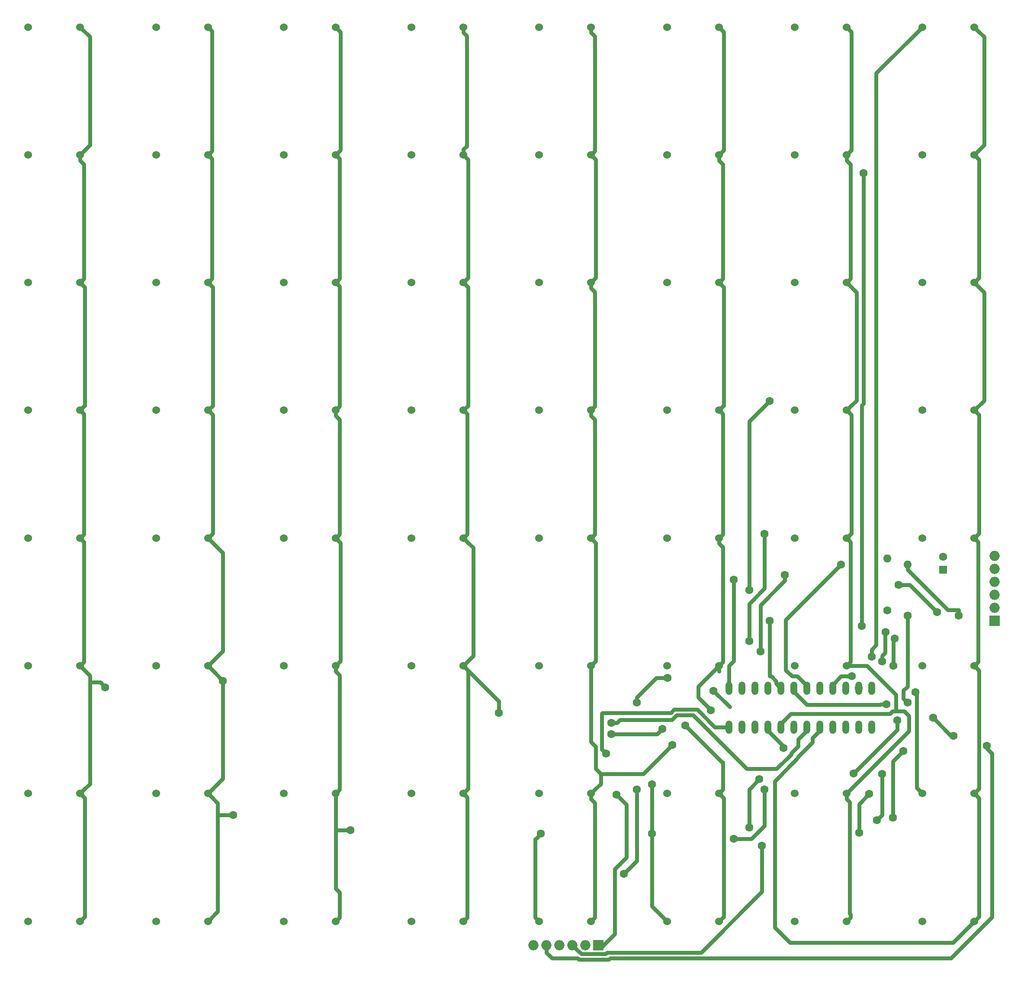
<source format=gbr>
G04 #@! TF.GenerationSoftware,KiCad,Pcbnew,5.0.2-bee76a0~70~ubuntu14.04.1*
G04 #@! TF.CreationDate,2020-01-26T01:40:04+01:00*
G04 #@! TF.ProjectId,wordclock_pcb,776f7264-636c-46f6-936b-5f7063622e6b,rev?*
G04 #@! TF.SameCoordinates,Original*
G04 #@! TF.FileFunction,Copper,L1,Top*
G04 #@! TF.FilePolarity,Positive*
%FSLAX46Y46*%
G04 Gerber Fmt 4.6, Leading zero omitted, Abs format (unit mm)*
G04 Created by KiCad (PCBNEW 5.0.2-bee76a0~70~ubuntu14.04.1) date Sun 26 Jan 2020 01:40:04 AM CET*
%MOMM*%
%LPD*%
G01*
G04 APERTURE LIST*
G04 #@! TA.AperFunction,ComponentPad*
%ADD10C,1.524000*%
G04 #@! TD*
G04 #@! TA.AperFunction,ComponentPad*
%ADD11O,1.998980X1.998980*%
G04 #@! TD*
G04 #@! TA.AperFunction,ComponentPad*
%ADD12R,1.998980X1.998980*%
G04 #@! TD*
G04 #@! TA.AperFunction,ComponentPad*
%ADD13R,1.600000X1.600000*%
G04 #@! TD*
G04 #@! TA.AperFunction,ComponentPad*
%ADD14C,1.600000*%
G04 #@! TD*
G04 #@! TA.AperFunction,ComponentPad*
%ADD15O,1.600000X1.600000*%
G04 #@! TD*
G04 #@! TA.AperFunction,ComponentPad*
%ADD16O,1.320800X2.641600*%
G04 #@! TD*
G04 #@! TA.AperFunction,ViaPad*
%ADD17C,1.600000*%
G04 #@! TD*
G04 #@! TA.AperFunction,Conductor*
%ADD18C,0.800000*%
G04 #@! TD*
G04 APERTURE END LIST*
D10*
G04 #@! TO.P,D1,1*
G04 #@! TO.N,/LED0*
X35080000Y-33810000D03*
G04 #@! TO.P,D1,2*
G04 #@! TO.N,/LEDA*
X24920000Y-33810000D03*
G04 #@! TD*
G04 #@! TO.P,D2,1*
G04 #@! TO.N,/LED1*
X60080000Y-33810000D03*
G04 #@! TO.P,D2,2*
G04 #@! TO.N,/LEDA*
X49920000Y-33810000D03*
G04 #@! TD*
G04 #@! TO.P,D3,1*
G04 #@! TO.N,/LED2*
X85080000Y-33810000D03*
G04 #@! TO.P,D3,2*
G04 #@! TO.N,/LEDA*
X74920000Y-33810000D03*
G04 #@! TD*
G04 #@! TO.P,D4,1*
G04 #@! TO.N,/LED3*
X110080000Y-33810000D03*
G04 #@! TO.P,D4,2*
G04 #@! TO.N,/LEDA*
X99920000Y-33810000D03*
G04 #@! TD*
G04 #@! TO.P,D5,1*
G04 #@! TO.N,/LED4*
X135080000Y-33810000D03*
G04 #@! TO.P,D5,2*
G04 #@! TO.N,/LEDA*
X124920000Y-33810000D03*
G04 #@! TD*
G04 #@! TO.P,D6,1*
G04 #@! TO.N,/LED5*
X160080000Y-33810000D03*
G04 #@! TO.P,D6,2*
G04 #@! TO.N,/LEDA*
X149920000Y-33810000D03*
G04 #@! TD*
G04 #@! TO.P,D7,1*
G04 #@! TO.N,/LED6*
X185080000Y-33810000D03*
G04 #@! TO.P,D7,2*
G04 #@! TO.N,/LEDA*
X174920000Y-33810000D03*
G04 #@! TD*
G04 #@! TO.P,D8,1*
G04 #@! TO.N,/LED7*
X210080000Y-33810000D03*
G04 #@! TO.P,D8,2*
G04 #@! TO.N,/LEDA*
X199920000Y-33810000D03*
G04 #@! TD*
G04 #@! TO.P,D9,1*
G04 #@! TO.N,/LED0*
X35080000Y-58810000D03*
G04 #@! TO.P,D9,2*
G04 #@! TO.N,/LEDB*
X24920000Y-58810000D03*
G04 #@! TD*
G04 #@! TO.P,D10,1*
G04 #@! TO.N,/LED1*
X60080000Y-58810000D03*
G04 #@! TO.P,D10,2*
G04 #@! TO.N,/LEDB*
X49920000Y-58810000D03*
G04 #@! TD*
G04 #@! TO.P,D11,1*
G04 #@! TO.N,/LED2*
X85080000Y-58810000D03*
G04 #@! TO.P,D11,2*
G04 #@! TO.N,/LEDB*
X74920000Y-58810000D03*
G04 #@! TD*
G04 #@! TO.P,D12,1*
G04 #@! TO.N,/LED3*
X110080000Y-58810000D03*
G04 #@! TO.P,D12,2*
G04 #@! TO.N,/LEDB*
X99920000Y-58810000D03*
G04 #@! TD*
G04 #@! TO.P,D13,1*
G04 #@! TO.N,/LED4*
X135080000Y-58810000D03*
G04 #@! TO.P,D13,2*
G04 #@! TO.N,/LEDB*
X124920000Y-58810000D03*
G04 #@! TD*
G04 #@! TO.P,D14,1*
G04 #@! TO.N,/LED5*
X160080000Y-58810000D03*
G04 #@! TO.P,D14,2*
G04 #@! TO.N,/LEDB*
X149920000Y-58810000D03*
G04 #@! TD*
G04 #@! TO.P,D15,1*
G04 #@! TO.N,/LED6*
X185080000Y-58810000D03*
G04 #@! TO.P,D15,2*
G04 #@! TO.N,/LEDB*
X174920000Y-58810000D03*
G04 #@! TD*
G04 #@! TO.P,D16,1*
G04 #@! TO.N,/LED7*
X210080000Y-58810000D03*
G04 #@! TO.P,D16,2*
G04 #@! TO.N,/LEDB*
X199920000Y-58810000D03*
G04 #@! TD*
G04 #@! TO.P,D17,1*
G04 #@! TO.N,/LED0*
X35080000Y-83810000D03*
G04 #@! TO.P,D17,2*
G04 #@! TO.N,/LEDC*
X24920000Y-83810000D03*
G04 #@! TD*
G04 #@! TO.P,D18,1*
G04 #@! TO.N,/LED1*
X60080000Y-83810000D03*
G04 #@! TO.P,D18,2*
G04 #@! TO.N,/LEDC*
X49920000Y-83810000D03*
G04 #@! TD*
G04 #@! TO.P,D19,1*
G04 #@! TO.N,/LED2*
X85080000Y-83810000D03*
G04 #@! TO.P,D19,2*
G04 #@! TO.N,/LEDC*
X74920000Y-83810000D03*
G04 #@! TD*
G04 #@! TO.P,D20,1*
G04 #@! TO.N,/LED3*
X110080000Y-83810000D03*
G04 #@! TO.P,D20,2*
G04 #@! TO.N,/LEDC*
X99920000Y-83810000D03*
G04 #@! TD*
G04 #@! TO.P,D21,1*
G04 #@! TO.N,/LED4*
X135080000Y-83810000D03*
G04 #@! TO.P,D21,2*
G04 #@! TO.N,/LEDC*
X124920000Y-83810000D03*
G04 #@! TD*
G04 #@! TO.P,D22,1*
G04 #@! TO.N,/LED5*
X160080000Y-83810000D03*
G04 #@! TO.P,D22,2*
G04 #@! TO.N,/LEDC*
X149920000Y-83810000D03*
G04 #@! TD*
G04 #@! TO.P,D23,1*
G04 #@! TO.N,/LED6*
X185080000Y-83810000D03*
G04 #@! TO.P,D23,2*
G04 #@! TO.N,/LEDC*
X174920000Y-83810000D03*
G04 #@! TD*
G04 #@! TO.P,D24,1*
G04 #@! TO.N,/LED7*
X210080000Y-83810000D03*
G04 #@! TO.P,D24,2*
G04 #@! TO.N,/LEDC*
X199920000Y-83810000D03*
G04 #@! TD*
G04 #@! TO.P,D25,1*
G04 #@! TO.N,/LED0*
X35080000Y-108810000D03*
G04 #@! TO.P,D25,2*
G04 #@! TO.N,/LEDD*
X24920000Y-108810000D03*
G04 #@! TD*
G04 #@! TO.P,D26,1*
G04 #@! TO.N,/LED1*
X60080000Y-108810000D03*
G04 #@! TO.P,D26,2*
G04 #@! TO.N,/LEDD*
X49920000Y-108810000D03*
G04 #@! TD*
G04 #@! TO.P,D27,1*
G04 #@! TO.N,/LED2*
X85080000Y-108810000D03*
G04 #@! TO.P,D27,2*
G04 #@! TO.N,/LEDD*
X74920000Y-108810000D03*
G04 #@! TD*
G04 #@! TO.P,D28,1*
G04 #@! TO.N,/LED3*
X110080000Y-108810000D03*
G04 #@! TO.P,D28,2*
G04 #@! TO.N,/LEDD*
X99920000Y-108810000D03*
G04 #@! TD*
G04 #@! TO.P,D29,1*
G04 #@! TO.N,/LED4*
X135080000Y-108810000D03*
G04 #@! TO.P,D29,2*
G04 #@! TO.N,/LEDD*
X124920000Y-108810000D03*
G04 #@! TD*
G04 #@! TO.P,D30,1*
G04 #@! TO.N,/LED5*
X160080000Y-108810000D03*
G04 #@! TO.P,D30,2*
G04 #@! TO.N,/LEDD*
X149920000Y-108810000D03*
G04 #@! TD*
G04 #@! TO.P,D31,1*
G04 #@! TO.N,/LED6*
X185080000Y-108810000D03*
G04 #@! TO.P,D31,2*
G04 #@! TO.N,/LEDD*
X174920000Y-108810000D03*
G04 #@! TD*
G04 #@! TO.P,D32,1*
G04 #@! TO.N,/LED7*
X210080000Y-108810000D03*
G04 #@! TO.P,D32,2*
G04 #@! TO.N,/LEDD*
X199920000Y-108810000D03*
G04 #@! TD*
G04 #@! TO.P,D33,1*
G04 #@! TO.N,/LED0*
X35080000Y-133810000D03*
G04 #@! TO.P,D33,2*
G04 #@! TO.N,/LEDE*
X24920000Y-133810000D03*
G04 #@! TD*
G04 #@! TO.P,D34,1*
G04 #@! TO.N,/LED1*
X60080000Y-133810000D03*
G04 #@! TO.P,D34,2*
G04 #@! TO.N,/LEDE*
X49920000Y-133810000D03*
G04 #@! TD*
G04 #@! TO.P,D35,1*
G04 #@! TO.N,/LED2*
X85080000Y-133810000D03*
G04 #@! TO.P,D35,2*
G04 #@! TO.N,/LEDE*
X74920000Y-133810000D03*
G04 #@! TD*
G04 #@! TO.P,D36,1*
G04 #@! TO.N,/LED3*
X110080000Y-133810000D03*
G04 #@! TO.P,D36,2*
G04 #@! TO.N,/LEDE*
X99920000Y-133810000D03*
G04 #@! TD*
G04 #@! TO.P,D37,1*
G04 #@! TO.N,/LED4*
X135080000Y-133810000D03*
G04 #@! TO.P,D37,2*
G04 #@! TO.N,/LEDE*
X124920000Y-133810000D03*
G04 #@! TD*
G04 #@! TO.P,D38,1*
G04 #@! TO.N,/LED5*
X160080000Y-133810000D03*
G04 #@! TO.P,D38,2*
G04 #@! TO.N,/LEDE*
X149920000Y-133810000D03*
G04 #@! TD*
G04 #@! TO.P,D39,1*
G04 #@! TO.N,/LED6*
X185080000Y-133810000D03*
G04 #@! TO.P,D39,2*
G04 #@! TO.N,/LEDE*
X174920000Y-133810000D03*
G04 #@! TD*
G04 #@! TO.P,D40,1*
G04 #@! TO.N,/LED7*
X210080000Y-133810000D03*
G04 #@! TO.P,D40,2*
G04 #@! TO.N,/LEDE*
X199920000Y-133810000D03*
G04 #@! TD*
G04 #@! TO.P,D41,1*
G04 #@! TO.N,/LED0*
X35080000Y-158810000D03*
G04 #@! TO.P,D41,2*
G04 #@! TO.N,/LEDF*
X24920000Y-158810000D03*
G04 #@! TD*
G04 #@! TO.P,D42,1*
G04 #@! TO.N,/LED1*
X60080000Y-158810000D03*
G04 #@! TO.P,D42,2*
G04 #@! TO.N,/LEDF*
X49920000Y-158810000D03*
G04 #@! TD*
G04 #@! TO.P,D43,1*
G04 #@! TO.N,/LED2*
X85080000Y-158810000D03*
G04 #@! TO.P,D43,2*
G04 #@! TO.N,/LEDF*
X74920000Y-158810000D03*
G04 #@! TD*
G04 #@! TO.P,D44,1*
G04 #@! TO.N,/LED3*
X110080000Y-158810000D03*
G04 #@! TO.P,D44,2*
G04 #@! TO.N,/LEDF*
X99920000Y-158810000D03*
G04 #@! TD*
G04 #@! TO.P,D45,1*
G04 #@! TO.N,/LED4*
X135080000Y-158810000D03*
G04 #@! TO.P,D45,2*
G04 #@! TO.N,/LEDF*
X124920000Y-158810000D03*
G04 #@! TD*
G04 #@! TO.P,D46,1*
G04 #@! TO.N,/LED5*
X160080000Y-158810000D03*
G04 #@! TO.P,D46,2*
G04 #@! TO.N,/LEDF*
X149920000Y-158810000D03*
G04 #@! TD*
G04 #@! TO.P,D47,1*
G04 #@! TO.N,/LED6*
X185080000Y-158810000D03*
G04 #@! TO.P,D47,2*
G04 #@! TO.N,/LEDF*
X174920000Y-158810000D03*
G04 #@! TD*
G04 #@! TO.P,D48,1*
G04 #@! TO.N,/LED7*
X210080000Y-158810000D03*
G04 #@! TO.P,D48,2*
G04 #@! TO.N,/LEDF*
X199920000Y-158810000D03*
G04 #@! TD*
G04 #@! TO.P,D49,1*
G04 #@! TO.N,/LED0*
X35080000Y-183810000D03*
G04 #@! TO.P,D49,2*
G04 #@! TO.N,/LEDG*
X24920000Y-183810000D03*
G04 #@! TD*
G04 #@! TO.P,D50,1*
G04 #@! TO.N,/LED1*
X60080000Y-183810000D03*
G04 #@! TO.P,D50,2*
G04 #@! TO.N,/LEDG*
X49920000Y-183810000D03*
G04 #@! TD*
G04 #@! TO.P,D51,1*
G04 #@! TO.N,/LED2*
X85080000Y-183810000D03*
G04 #@! TO.P,D51,2*
G04 #@! TO.N,/LEDG*
X74920000Y-183810000D03*
G04 #@! TD*
G04 #@! TO.P,D52,1*
G04 #@! TO.N,/LED3*
X110080000Y-183810000D03*
G04 #@! TO.P,D52,2*
G04 #@! TO.N,/LEDG*
X99920000Y-183810000D03*
G04 #@! TD*
G04 #@! TO.P,D53,1*
G04 #@! TO.N,/LED4*
X135080000Y-183810000D03*
G04 #@! TO.P,D53,2*
G04 #@! TO.N,/LEDG*
X124920000Y-183810000D03*
G04 #@! TD*
G04 #@! TO.P,D54,1*
G04 #@! TO.N,/LED5*
X160080000Y-183810000D03*
G04 #@! TO.P,D54,2*
G04 #@! TO.N,/LEDG*
X149920000Y-183810000D03*
G04 #@! TD*
G04 #@! TO.P,D55,1*
G04 #@! TO.N,/LED6*
X185080000Y-183810000D03*
G04 #@! TO.P,D55,2*
G04 #@! TO.N,/LEDG*
X174920000Y-183810000D03*
G04 #@! TD*
G04 #@! TO.P,D56,1*
G04 #@! TO.N,/LED7*
X210080000Y-183810000D03*
G04 #@! TO.P,D56,2*
G04 #@! TO.N,/LEDG*
X199920000Y-183810000D03*
G04 #@! TD*
G04 #@! TO.P,D57,1*
G04 #@! TO.N,/LED0*
X35080000Y-208810000D03*
G04 #@! TO.P,D57,2*
G04 #@! TO.N,/LEDDP*
X24920000Y-208810000D03*
G04 #@! TD*
G04 #@! TO.P,D58,1*
G04 #@! TO.N,/LED1*
X60080000Y-208810000D03*
G04 #@! TO.P,D58,2*
G04 #@! TO.N,/LEDDP*
X49920000Y-208810000D03*
G04 #@! TD*
G04 #@! TO.P,D59,1*
G04 #@! TO.N,/LED2*
X85080000Y-208810000D03*
G04 #@! TO.P,D59,2*
G04 #@! TO.N,/LEDDP*
X74920000Y-208810000D03*
G04 #@! TD*
G04 #@! TO.P,D60,1*
G04 #@! TO.N,/LED3*
X110080000Y-208810000D03*
G04 #@! TO.P,D60,2*
G04 #@! TO.N,/LEDDP*
X99920000Y-208810000D03*
G04 #@! TD*
G04 #@! TO.P,D61,1*
G04 #@! TO.N,/LED4*
X135080000Y-208810000D03*
G04 #@! TO.P,D61,2*
G04 #@! TO.N,/LEDDP*
X124920000Y-208810000D03*
G04 #@! TD*
G04 #@! TO.P,D62,1*
G04 #@! TO.N,/LED5*
X160080000Y-208810000D03*
G04 #@! TO.P,D62,2*
G04 #@! TO.N,/LEDDP*
X149920000Y-208810000D03*
G04 #@! TD*
G04 #@! TO.P,D63,1*
G04 #@! TO.N,/LED6*
X185080000Y-208810000D03*
G04 #@! TO.P,D63,2*
G04 #@! TO.N,/LEDDP*
X174920000Y-208810000D03*
G04 #@! TD*
G04 #@! TO.P,D64,1*
G04 #@! TO.N,/LED7*
X210080000Y-208810000D03*
G04 #@! TO.P,D64,2*
G04 #@! TO.N,/LEDDP*
X199920000Y-208810000D03*
G04 #@! TD*
D11*
G04 #@! TO.P,J2,4*
G04 #@! TO.N,/CLK*
X214000000Y-142380000D03*
D12*
G04 #@! TO.P,J2,1*
G04 #@! TO.N,/DIN*
X214000000Y-150000000D03*
D11*
G04 #@! TO.P,J2,2*
G04 #@! TO.N,/DOUT*
X214000000Y-147460000D03*
G04 #@! TO.P,J2,3*
G04 #@! TO.N,/CS*
X214000000Y-144920000D03*
G04 #@! TO.P,J2,5*
G04 #@! TO.N,VDD*
X214000000Y-139840000D03*
G04 #@! TO.P,J2,6*
G04 #@! TO.N,Earth*
X214000000Y-137300000D03*
G04 #@! TD*
G04 #@! TO.P,J1,4*
G04 #@! TO.N,/CLK*
X128880000Y-213500000D03*
D12*
G04 #@! TO.P,J1,1*
G04 #@! TO.N,/DIN*
X136500000Y-213500000D03*
D11*
G04 #@! TO.P,J1,2*
G04 #@! TO.N,/DOUT*
X133960000Y-213500000D03*
G04 #@! TO.P,J1,3*
G04 #@! TO.N,/CS*
X131420000Y-213500000D03*
G04 #@! TO.P,J1,5*
G04 #@! TO.N,VDD*
X126340000Y-213500000D03*
G04 #@! TO.P,J1,6*
G04 #@! TO.N,Earth*
X123800000Y-213500000D03*
G04 #@! TD*
D13*
G04 #@! TO.P,C2,1*
G04 #@! TO.N,VDD*
X204000000Y-140000000D03*
D14*
G04 #@! TO.P,C2,2*
G04 #@! TO.N,Earth*
X204000000Y-137500000D03*
G04 #@! TD*
G04 #@! TO.P,C1,1*
G04 #@! TO.N,VDD*
X197000000Y-149000000D03*
D15*
G04 #@! TO.P,C1,2*
G04 #@! TO.N,Earth*
X197000000Y-139000000D03*
G04 #@! TD*
D14*
G04 #@! TO.P,R1,1*
G04 #@! TO.N,VDD*
X193000000Y-148000000D03*
D15*
G04 #@! TO.P,R1,2*
G04 #@! TO.N,Net-(R1-Pad2)*
X193000000Y-137840000D03*
G04 #@! TD*
D16*
G04 #@! TO.P,U1,15*
G04 #@! TO.N,/LEDF*
X184890000Y-163190000D03*
G04 #@! TO.P,U1,14*
G04 #@! TO.N,/LEDA*
X187430000Y-163190000D03*
G04 #@! TO.P,U1,13*
G04 #@! TO.N,/CLK*
X189970000Y-163190000D03*
G04 #@! TO.P,U1,12*
G04 #@! TO.N,/CS*
X189970000Y-170810000D03*
G04 #@! TO.P,U1,11*
G04 #@! TO.N,/LED1*
X187430000Y-170810000D03*
G04 #@! TO.P,U1,10*
G04 #@! TO.N,/LED5*
X184890000Y-170810000D03*
G04 #@! TO.P,U1,24*
G04 #@! TO.N,/DOUT*
X162030000Y-163190000D03*
G04 #@! TO.P,U1,23*
G04 #@! TO.N,/LEDD*
X164570000Y-163190000D03*
G04 #@! TO.P,U1,22*
G04 #@! TO.N,/LEDDP*
X167110000Y-163190000D03*
G04 #@! TO.P,U1,21*
G04 #@! TO.N,/LEDE*
X169650000Y-163190000D03*
G04 #@! TO.P,U1,20*
G04 #@! TO.N,/LEDC*
X172190000Y-163190000D03*
G04 #@! TO.P,U1,19*
G04 #@! TO.N,VDD*
X174730000Y-163190000D03*
G04 #@! TO.P,U1,18*
G04 #@! TO.N,Net-(R1-Pad2)*
X177270000Y-163190000D03*
G04 #@! TO.P,U1,17*
G04 #@! TO.N,/LEDG*
X179810000Y-163190000D03*
G04 #@! TO.P,U1,16*
G04 #@! TO.N,/LEDB*
X182350000Y-163190000D03*
G04 #@! TO.P,U1,9*
G04 #@! TO.N,Earth*
X182350000Y-170810000D03*
G04 #@! TO.P,U1,5*
G04 #@! TO.N,/LED6*
X172190000Y-170810000D03*
G04 #@! TO.P,U1,6*
G04 #@! TO.N,/LED2*
X174730000Y-170810000D03*
G04 #@! TO.P,U1,4*
G04 #@! TO.N,Earth*
X169650000Y-170810000D03*
G04 #@! TO.P,U1,3*
G04 #@! TO.N,/LED4*
X167110000Y-170810000D03*
G04 #@! TO.P,U1,8*
G04 #@! TO.N,/LED7*
X179810000Y-170810000D03*
G04 #@! TO.P,U1,7*
G04 #@! TO.N,/LED3*
X177270000Y-170810000D03*
G04 #@! TO.P,U1,2*
G04 #@! TO.N,/LED0*
X164570000Y-170810000D03*
G04 #@! TO.P,U1,1*
G04 #@! TO.N,/DIN*
X162030000Y-170810000D03*
G04 #@! TD*
D17*
G04 #@! TO.N,Earth*
X207000000Y-149000014D03*
X172713723Y-174930810D03*
X169000000Y-183000000D03*
X163000000Y-192699990D03*
G04 #@! TO.N,VDD*
X212500000Y-174500000D03*
X212500000Y-174500000D03*
X206000000Y-172500000D03*
X197000000Y-166000000D03*
X192873938Y-166368571D03*
X201977207Y-168977207D03*
G04 #@! TO.N,/LED0*
X40000000Y-163000000D03*
X139000000Y-172200013D03*
X149000000Y-171200021D03*
G04 #@! TO.N,/LEDA*
X187430000Y-163190000D03*
X190000000Y-157000000D03*
G04 #@! TO.N,/LED1*
X63000000Y-161730000D03*
X159000000Y-163710810D03*
X191000000Y-189000000D03*
X65000000Y-188000000D03*
X192000000Y-180000000D03*
G04 #@! TO.N,/LED2*
X88000000Y-191000000D03*
X168000000Y-181000000D03*
X166000000Y-190500000D03*
G04 #@! TO.N,/LED3*
X117000000Y-168000000D03*
X117000000Y-168000000D03*
X139000000Y-170000000D03*
G04 #@! TO.N,/LED4*
X151000000Y-174300010D03*
G04 #@! TO.N,/LED5*
X158512757Y-167487243D03*
X153500000Y-170499998D03*
G04 #@! TO.N,/LEDB*
X186130810Y-160869190D03*
X188000000Y-150999996D03*
X188400010Y-62400010D03*
G04 #@! TO.N,/LEDC*
X170000000Y-107000000D03*
X166000000Y-144000000D03*
X170000000Y-150000000D03*
G04 #@! TO.N,/LEDD*
X169000000Y-133000000D03*
X166000000Y-154000000D03*
G04 #@! TO.N,/LEDE*
X173000000Y-141000000D03*
X168199990Y-156000000D03*
G04 #@! TO.N,/LEDG*
X198500000Y-164000000D03*
G04 #@! TO.N,/LEDDP*
X147000000Y-182000000D03*
X147000000Y-191699990D03*
X125251691Y-191699990D03*
G04 #@! TO.N,/CLK*
X192000000Y-158000010D03*
X192674476Y-152197014D03*
X186422207Y-179922207D03*
X189500000Y-183872001D03*
X187500205Y-191500000D03*
X128880000Y-213500000D03*
X194999992Y-169500000D03*
G04 #@! TO.N,/DIN*
X138000000Y-176000000D03*
X140000000Y-183999994D03*
G04 #@! TO.N,/DOUT*
X163000000Y-142000000D03*
X202799993Y-148345593D03*
X195199990Y-143000000D03*
X150068593Y-161206993D03*
X144000000Y-166000000D03*
X144000000Y-183000000D03*
X141500000Y-199500000D03*
G04 #@! TO.N,/CS*
X194252184Y-158808892D03*
X194464984Y-153475345D03*
X168500000Y-194000000D03*
X194164002Y-188500000D03*
X196200000Y-175500000D03*
G04 #@! TO.N,Net-(R1-Pad2)*
X184000000Y-139000000D03*
G04 #@! TD*
D18*
G04 #@! TO.N,Earth*
X207000000Y-147868644D02*
X207000000Y-149000014D01*
X204868644Y-147868644D02*
X207000000Y-147868644D01*
X197000000Y-140000000D02*
X204868644Y-147868644D01*
X197000000Y-139000000D02*
X197000000Y-140000000D01*
X169650000Y-171470400D02*
X172713723Y-174534123D01*
X172713723Y-174534123D02*
X172713723Y-174930810D01*
X169650000Y-170810000D02*
X169650000Y-171470400D01*
X169000000Y-183000000D02*
X169000000Y-190131370D01*
X166431380Y-192699990D02*
X164131370Y-192699990D01*
X169000000Y-190131370D02*
X166431380Y-192699990D01*
X164131370Y-192699990D02*
X163000000Y-192699990D01*
G04 #@! TO.N,VDD*
X212500000Y-174500000D02*
X212500000Y-174500000D01*
X212500000Y-174500000D02*
X212500000Y-174500000D01*
X196200001Y-163635995D02*
X196200001Y-165200001D01*
X197000000Y-149000000D02*
X197000000Y-162835996D01*
X197000000Y-162835996D02*
X196200001Y-163635995D01*
X196200001Y-165200001D02*
X197000000Y-166000000D01*
X191711151Y-166399988D02*
X191742568Y-166368571D01*
X177279588Y-166399988D02*
X191711151Y-166399988D01*
X174730000Y-163190000D02*
X174730000Y-163850400D01*
X191742568Y-166368571D02*
X192873938Y-166368571D01*
X174730000Y-163850400D02*
X177279588Y-166399988D01*
X205500000Y-172500000D02*
X201977207Y-168977207D01*
X206000000Y-172500000D02*
X205500000Y-172500000D01*
X212500000Y-175000000D02*
X212500000Y-174500000D01*
X213500000Y-176000000D02*
X212500000Y-175000000D01*
X213500000Y-207997762D02*
X213500000Y-176000000D01*
X138515131Y-216299501D02*
X138814632Y-216000000D01*
X138814632Y-216000000D02*
X205497762Y-216000000D01*
X132389102Y-216000000D02*
X132688604Y-216299502D01*
X127426508Y-216000000D02*
X132389102Y-216000000D01*
X126340000Y-214913492D02*
X127426508Y-216000000D01*
X126340000Y-213500000D02*
X126340000Y-214913492D01*
X205497762Y-216000000D02*
X213500000Y-207997762D01*
X132688604Y-216299502D02*
X138515131Y-216299501D01*
G04 #@! TO.N,/LED0*
X35841999Y-58048001D02*
X35080000Y-58810000D01*
X37000000Y-56890000D02*
X35841999Y-58048001D01*
X37000000Y-35730000D02*
X37000000Y-56890000D01*
X35080000Y-33810000D02*
X37000000Y-35730000D01*
X35841999Y-83048001D02*
X35080000Y-83810000D01*
X35841999Y-60649629D02*
X35841999Y-83048001D01*
X35080000Y-59887630D02*
X35841999Y-60649629D01*
X35080000Y-58810000D02*
X35080000Y-59887630D01*
X36000000Y-107890000D02*
X35841999Y-108048001D01*
X35841999Y-108048001D02*
X35080000Y-108810000D01*
X36000000Y-84730000D02*
X36000000Y-107890000D01*
X35080000Y-83810000D02*
X36000000Y-84730000D01*
X35841999Y-133048001D02*
X35080000Y-133810000D01*
X35841999Y-109571999D02*
X35841999Y-133048001D01*
X35080000Y-108810000D02*
X35841999Y-109571999D01*
X35841999Y-158048001D02*
X35080000Y-158810000D01*
X35841999Y-134571999D02*
X35841999Y-158048001D01*
X35080000Y-133810000D02*
X35841999Y-134571999D01*
X35841999Y-183048001D02*
X35080000Y-183810000D01*
X37000000Y-181890000D02*
X35841999Y-183048001D01*
X35080000Y-158810000D02*
X37000000Y-160730000D01*
X35841999Y-208048001D02*
X35080000Y-208810000D01*
X36000000Y-207890000D02*
X35841999Y-208048001D01*
X36000000Y-184730000D02*
X36000000Y-207890000D01*
X35080000Y-183810000D02*
X36000000Y-184730000D01*
X39000000Y-162000000D02*
X37000000Y-162000000D01*
X40000000Y-163000000D02*
X39000000Y-162000000D01*
X37000000Y-162000000D02*
X37000000Y-181890000D01*
X37000000Y-160730000D02*
X37000000Y-162000000D01*
X139000000Y-172200013D02*
X148000008Y-172200013D01*
X148200001Y-172000020D02*
X149000000Y-171200021D01*
X148000008Y-172200013D02*
X148200001Y-172000020D01*
G04 #@! TO.N,/LEDA*
X190874474Y-154769442D02*
X190000000Y-155643916D01*
X199920000Y-33810000D02*
X190874474Y-42855526D01*
X190000000Y-155868630D02*
X190000000Y-157000000D01*
X190000000Y-155643916D02*
X190000000Y-155868630D01*
X190874474Y-42855526D02*
X190874474Y-154769442D01*
G04 #@! TO.N,/LED1*
X60841999Y-184571999D02*
X60080000Y-183810000D01*
X62000000Y-185730000D02*
X60841999Y-184571999D01*
X60080000Y-208810000D02*
X62000000Y-206890000D01*
X60841999Y-159571999D02*
X60080000Y-158810000D01*
X63000000Y-161730000D02*
X60841999Y-159571999D01*
X63000000Y-180890000D02*
X63000000Y-161730000D01*
X60080000Y-183810000D02*
X63000000Y-180890000D01*
X60841999Y-134571999D02*
X60080000Y-133810000D01*
X63000000Y-136730000D02*
X60841999Y-134571999D01*
X63000000Y-155890000D02*
X63000000Y-136730000D01*
X60080000Y-158810000D02*
X63000000Y-155890000D01*
X61000000Y-109730000D02*
X60841999Y-109571999D01*
X61000000Y-132890000D02*
X61000000Y-109730000D01*
X60841999Y-109571999D02*
X60080000Y-108810000D01*
X60080000Y-133810000D02*
X61000000Y-132890000D01*
X60841999Y-84571999D02*
X60080000Y-83810000D01*
X61000000Y-84730000D02*
X60841999Y-84571999D01*
X61000000Y-107890000D02*
X61000000Y-84730000D01*
X60080000Y-108810000D02*
X61000000Y-107890000D01*
X60841999Y-59571999D02*
X60080000Y-58810000D01*
X60841999Y-83048001D02*
X60841999Y-59571999D01*
X60080000Y-83810000D02*
X60841999Y-83048001D01*
X60841999Y-34571999D02*
X60080000Y-33810000D01*
X60841999Y-58048001D02*
X60841999Y-34571999D01*
X60080000Y-58810000D02*
X60841999Y-58048001D01*
X159000000Y-163710810D02*
X162178370Y-166889180D01*
X65000000Y-188000000D02*
X62000000Y-188000000D01*
X62000000Y-188000000D02*
X62000000Y-185730000D01*
X62000000Y-206890000D02*
X62000000Y-188000000D01*
X192000000Y-181131370D02*
X192000000Y-180000000D01*
X192000000Y-188000000D02*
X192000000Y-181131370D01*
X191000000Y-189000000D02*
X192000000Y-188000000D01*
G04 #@! TO.N,/LED2*
X85841999Y-58048001D02*
X85080000Y-58810000D01*
X86000000Y-57890000D02*
X85841999Y-58048001D01*
X86000000Y-34730000D02*
X86000000Y-57890000D01*
X85080000Y-33810000D02*
X86000000Y-34730000D01*
X85841999Y-83048001D02*
X85080000Y-83810000D01*
X85841999Y-59571999D02*
X85841999Y-83048001D01*
X85080000Y-58810000D02*
X85841999Y-59571999D01*
X85841999Y-108048001D02*
X85080000Y-108810000D01*
X85841999Y-84571999D02*
X85841999Y-108048001D01*
X85080000Y-83810000D02*
X85841999Y-84571999D01*
X85841999Y-133048001D02*
X85080000Y-133810000D01*
X85841999Y-110649629D02*
X85841999Y-133048001D01*
X85080000Y-109887630D02*
X85841999Y-110649629D01*
X85080000Y-108810000D02*
X85080000Y-109887630D01*
X86000000Y-157890000D02*
X85841999Y-158048001D01*
X86000000Y-134730000D02*
X86000000Y-157890000D01*
X85841999Y-158048001D02*
X85080000Y-158810000D01*
X85080000Y-133810000D02*
X86000000Y-134730000D01*
X85841999Y-183048001D02*
X85080000Y-183810000D01*
X85841999Y-160649629D02*
X85841999Y-183048001D01*
X85080000Y-159887630D02*
X85841999Y-160649629D01*
X85080000Y-158810000D02*
X85080000Y-159887630D01*
X85841999Y-208048001D02*
X85080000Y-208810000D01*
X85841999Y-203147171D02*
X85841999Y-208048001D01*
X85080000Y-202385172D02*
X85841999Y-203147171D01*
X88000000Y-191000000D02*
X85080000Y-191000000D01*
X85080000Y-191000000D02*
X85080000Y-202385172D01*
X85080000Y-183810000D02*
X85080000Y-191000000D01*
X166000000Y-183000000D02*
X166000000Y-189368630D01*
X168000000Y-181000000D02*
X166000000Y-183000000D01*
X166000000Y-189368630D02*
X166000000Y-190500000D01*
G04 #@! TO.N,/LED3*
X110841999Y-184571999D02*
X110080000Y-183810000D01*
X110841999Y-208048001D02*
X110841999Y-184571999D01*
X110080000Y-208810000D02*
X110841999Y-208048001D01*
X110841999Y-159571999D02*
X110080000Y-158810000D01*
X111000000Y-159730000D02*
X110841999Y-159571999D01*
X111000000Y-182890000D02*
X111000000Y-159730000D01*
X110080000Y-183810000D02*
X111000000Y-182890000D01*
X110841999Y-134571999D02*
X110080000Y-133810000D01*
X112000000Y-135730000D02*
X110841999Y-134571999D01*
X112000000Y-156890000D02*
X112000000Y-135730000D01*
X110080000Y-158810000D02*
X112000000Y-156890000D01*
X110841999Y-109571999D02*
X110080000Y-108810000D01*
X110841999Y-133048001D02*
X110841999Y-109571999D01*
X110080000Y-133810000D02*
X110841999Y-133048001D01*
X110841999Y-84571999D02*
X110080000Y-83810000D01*
X111000000Y-107890000D02*
X111000000Y-84730000D01*
X111000000Y-84730000D02*
X110841999Y-84571999D01*
X110080000Y-108810000D02*
X111000000Y-107890000D01*
X110841999Y-59571999D02*
X110080000Y-58810000D01*
X111000000Y-59730000D02*
X110841999Y-59571999D01*
X111000000Y-82890000D02*
X111000000Y-59730000D01*
X110080000Y-83810000D02*
X111000000Y-82890000D01*
X110080000Y-34887630D02*
X110080000Y-33810000D01*
X110699428Y-35507058D02*
X110080000Y-34887630D01*
X110699428Y-57112942D02*
X110699428Y-35507058D01*
X110080000Y-57732370D02*
X110699428Y-57112942D01*
X110080000Y-58810000D02*
X110080000Y-57732370D01*
X117000000Y-165730000D02*
X110080000Y-158810000D01*
X117000000Y-168000000D02*
X117000000Y-165730000D01*
X174220265Y-175915884D02*
X174210639Y-176182056D01*
X175558775Y-174577374D02*
X174220265Y-175915884D01*
X174210639Y-176182056D02*
X171392695Y-179000000D01*
X177270000Y-170810000D02*
X177270000Y-171470400D01*
X165500000Y-179000000D02*
X154999988Y-168499988D01*
X175558775Y-173181625D02*
X175558775Y-174577374D01*
X151780008Y-168499988D02*
X150879985Y-169400011D01*
X154999988Y-168499988D02*
X151780008Y-168499988D01*
X177270000Y-171470400D02*
X175558775Y-173181625D01*
X140131370Y-170000000D02*
X139000000Y-170000000D01*
X140731359Y-169400011D02*
X140131370Y-170000000D01*
X150879985Y-169400011D02*
X140731359Y-169400011D01*
X171392695Y-179000000D02*
X165500000Y-179000000D01*
G04 #@! TO.N,/LED4*
X135841999Y-58048001D02*
X135080000Y-58810000D01*
X135080000Y-34887630D02*
X135841999Y-35649629D01*
X135841999Y-35649629D02*
X135841999Y-58048001D01*
X135080000Y-33810000D02*
X135080000Y-34887630D01*
X135841999Y-83048001D02*
X135080000Y-83810000D01*
X136000000Y-82890000D02*
X135841999Y-83048001D01*
X136000000Y-59730000D02*
X136000000Y-82890000D01*
X135080000Y-58810000D02*
X136000000Y-59730000D01*
X135841999Y-108048001D02*
X135080000Y-108810000D01*
X135841999Y-85649629D02*
X135841999Y-108048001D01*
X135080000Y-84887630D02*
X135841999Y-85649629D01*
X135080000Y-83810000D02*
X135080000Y-84887630D01*
X135841999Y-133048001D02*
X135080000Y-133810000D01*
X135080000Y-109887630D02*
X135841999Y-110649629D01*
X135841999Y-110649629D02*
X135841999Y-133048001D01*
X135080000Y-108810000D02*
X135080000Y-109887630D01*
X135841999Y-158048001D02*
X135080000Y-158810000D01*
X136000000Y-157890000D02*
X135841999Y-158048001D01*
X136000000Y-134730000D02*
X136000000Y-157890000D01*
X135080000Y-133810000D02*
X136000000Y-134730000D01*
X135841999Y-183048001D02*
X135080000Y-183810000D01*
X137000000Y-181890000D02*
X135841999Y-183048001D01*
X135841999Y-208048001D02*
X135080000Y-208810000D01*
X135841999Y-185649629D02*
X135841999Y-208048001D01*
X135080000Y-184887630D02*
X135841999Y-185649629D01*
X135080000Y-183810000D02*
X135080000Y-184887630D01*
X137000000Y-180000000D02*
X137000000Y-181890000D01*
X135080000Y-173723918D02*
X136000000Y-174643918D01*
X136000000Y-174643918D02*
X136000000Y-179000000D01*
X135080000Y-158810000D02*
X135080000Y-173723918D01*
X136000000Y-179000000D02*
X137000000Y-180000000D01*
X145300010Y-180000000D02*
X150200001Y-175100009D01*
X137000000Y-180000000D02*
X145300010Y-180000000D01*
X150200001Y-175100009D02*
X151000000Y-174300010D01*
G04 #@! TO.N,/LED5*
X161000000Y-184730000D02*
X160841999Y-184571999D01*
X161000000Y-207890000D02*
X161000000Y-184730000D01*
X160841999Y-184571999D02*
X160080000Y-183810000D01*
X160080000Y-208810000D02*
X161000000Y-207890000D01*
X160080000Y-158810000D02*
X160080000Y-159887630D01*
X160841999Y-109571999D02*
X160841999Y-133048001D01*
X160841999Y-133048001D02*
X160080000Y-133810000D01*
X160080000Y-108810000D02*
X160841999Y-109571999D01*
X160841999Y-108048001D02*
X160080000Y-108810000D01*
X161000000Y-107890000D02*
X160841999Y-108048001D01*
X161000000Y-84730000D02*
X161000000Y-107890000D01*
X160080000Y-83810000D02*
X161000000Y-84730000D01*
X160841999Y-83048001D02*
X160080000Y-83810000D01*
X160841999Y-60649629D02*
X160841999Y-83048001D01*
X160080000Y-59887630D02*
X160841999Y-60649629D01*
X160080000Y-58810000D02*
X160080000Y-59887630D01*
X160841999Y-58048001D02*
X160080000Y-58810000D01*
X161000000Y-57890000D02*
X160841999Y-58048001D01*
X161000000Y-34730000D02*
X161000000Y-57890000D01*
X160080000Y-33810000D02*
X161000000Y-34730000D01*
X160841999Y-158048001D02*
X160080000Y-158810000D01*
X160841999Y-135649629D02*
X160841999Y-158048001D01*
X160080000Y-134887630D02*
X160841999Y-135649629D01*
X160080000Y-133810000D02*
X160080000Y-134887630D01*
X157712758Y-166687244D02*
X158512757Y-167487243D01*
X160080000Y-158810000D02*
X156000000Y-162890000D01*
X156000000Y-162890000D02*
X156000000Y-164974486D01*
X156000000Y-164974486D02*
X157712758Y-166687244D01*
X160080000Y-183810000D02*
X160841999Y-183048001D01*
X160841999Y-183048001D02*
X160841999Y-177710629D01*
X153500000Y-170500000D02*
X153500000Y-170499998D01*
X153631370Y-170500000D02*
X153131370Y-170500000D01*
X153131370Y-170500000D02*
X153500000Y-170500000D01*
X160710631Y-177710629D02*
X153500000Y-170499998D01*
X160841999Y-177710629D02*
X160710631Y-177710629D01*
G04 #@! TO.N,/LED6*
X185841999Y-58048001D02*
X185080000Y-58810000D01*
X186000000Y-57890000D02*
X185841999Y-58048001D01*
X186000000Y-34730000D02*
X186000000Y-57890000D01*
X185080000Y-33810000D02*
X186000000Y-34730000D01*
X185841999Y-60649629D02*
X185841999Y-83048001D01*
X185841999Y-83048001D02*
X185080000Y-83810000D01*
X185080000Y-59887630D02*
X185841999Y-60649629D01*
X185080000Y-58810000D02*
X185080000Y-59887630D01*
X185841999Y-108048001D02*
X185080000Y-108810000D01*
X187000000Y-106890000D02*
X185841999Y-108048001D01*
X187000000Y-85730000D02*
X187000000Y-106890000D01*
X185080000Y-83810000D02*
X187000000Y-85730000D01*
X185841999Y-133048001D02*
X185080000Y-133810000D01*
X186000000Y-132890000D02*
X185841999Y-133048001D01*
X186000000Y-109730000D02*
X186000000Y-132890000D01*
X185080000Y-108810000D02*
X186000000Y-109730000D01*
X185080000Y-184887630D02*
X185700205Y-185507835D01*
X185700205Y-185507835D02*
X185700205Y-207299795D01*
X185080000Y-183810000D02*
X185080000Y-184887630D01*
X185841999Y-208048001D02*
X185080000Y-208810000D01*
X185841999Y-207441589D02*
X185841999Y-208048001D01*
X185700205Y-207299795D02*
X185841999Y-207441589D01*
X185841999Y-134571999D02*
X185841999Y-158048001D01*
X185841999Y-158048001D02*
X185080000Y-158810000D01*
X185080000Y-133810000D02*
X185841999Y-134571999D01*
X185080000Y-158810000D02*
X189053892Y-158810000D01*
X189053892Y-158810000D02*
X194746236Y-164502344D01*
X194746236Y-164502344D02*
X194746236Y-167488957D01*
X194746236Y-167488957D02*
X194615662Y-167619531D01*
X172190000Y-170149600D02*
X172190000Y-170810000D01*
X174139602Y-168199998D02*
X172190000Y-170149600D01*
X194746236Y-167488957D02*
X194668629Y-167488957D01*
X193585277Y-168199998D02*
X174139602Y-168199998D01*
X185841999Y-183048001D02*
X185080000Y-183810000D01*
X197300002Y-171589998D02*
X185841999Y-183048001D01*
X196363994Y-167699990D02*
X197300002Y-168635998D01*
X194085285Y-167699990D02*
X196363994Y-167699990D01*
X197300002Y-168635998D02*
X197300002Y-171589998D01*
X193585277Y-168199998D02*
X194085285Y-167699990D01*
G04 #@! TO.N,/LED7*
X210841999Y-184571999D02*
X210080000Y-183810000D01*
X211000000Y-184730000D02*
X210841999Y-184571999D01*
X211000000Y-207890000D02*
X211000000Y-184730000D01*
X210080000Y-208810000D02*
X211000000Y-207890000D01*
X210841999Y-134571999D02*
X210080000Y-133810000D01*
X210841999Y-158048001D02*
X210841999Y-134571999D01*
X210080000Y-158810000D02*
X210841999Y-158048001D01*
X210841999Y-109571999D02*
X210080000Y-108810000D01*
X211000000Y-109730000D02*
X210841999Y-109571999D01*
X211000000Y-132890000D02*
X211000000Y-109730000D01*
X210080000Y-133810000D02*
X211000000Y-132890000D01*
X210841999Y-84571999D02*
X210080000Y-83810000D01*
X212000000Y-85730000D02*
X210841999Y-84571999D01*
X212000000Y-106890000D02*
X212000000Y-85730000D01*
X210080000Y-108810000D02*
X212000000Y-106890000D01*
X210841999Y-59571999D02*
X210080000Y-58810000D01*
X211000000Y-59730000D02*
X210841999Y-59571999D01*
X211000000Y-82890000D02*
X211000000Y-59730000D01*
X210080000Y-83810000D02*
X211000000Y-82890000D01*
X210841999Y-34571999D02*
X210080000Y-33810000D01*
X212000000Y-35730000D02*
X210841999Y-34571999D01*
X212000000Y-56890000D02*
X212000000Y-35730000D01*
X210080000Y-58810000D02*
X212000000Y-56890000D01*
X175594222Y-176661616D02*
X175598403Y-176546005D01*
X175194770Y-177208153D02*
X175594222Y-176661616D01*
X210080000Y-208810000D02*
X205890000Y-213000000D01*
X205890000Y-213000000D02*
X174000000Y-213000000D01*
X178349600Y-172930800D02*
X179810000Y-171470400D01*
X174000000Y-213000000D02*
X171000000Y-210000000D01*
X175598403Y-176546005D02*
X178349600Y-173794808D01*
X171000000Y-181402923D02*
X175194770Y-177208153D01*
X171000000Y-210000000D02*
X171000000Y-181402923D01*
X179810000Y-171470400D02*
X179810000Y-170810000D01*
X178349600Y-173794808D02*
X178349600Y-172930800D01*
X210841999Y-159571999D02*
X210080000Y-158810000D01*
X211000000Y-159730000D02*
X210841999Y-159571999D01*
X211000000Y-182890000D02*
X211000000Y-159730000D01*
X210080000Y-183810000D02*
X211000000Y-182890000D01*
G04 #@! TO.N,/LEDB*
X184010410Y-160869190D02*
X186130810Y-160869190D01*
X182350000Y-162529600D02*
X184010410Y-160869190D01*
X182350000Y-163190000D02*
X182350000Y-162529600D01*
X188400010Y-107469903D02*
X188400010Y-62400010D01*
X188000000Y-107869913D02*
X188400010Y-107469903D01*
X188000000Y-150999996D02*
X188000000Y-107869913D01*
G04 #@! TO.N,/LEDC*
X166000000Y-111000000D02*
X166000000Y-142868630D01*
X166000000Y-142868630D02*
X166000000Y-144000000D01*
X170000000Y-107000000D02*
X166000000Y-111000000D01*
X170000000Y-160869190D02*
X170000000Y-150000000D01*
X170337764Y-160869190D02*
X170000000Y-160869190D01*
X171310410Y-161841836D02*
X170337764Y-160869190D01*
X171310410Y-162310410D02*
X171310410Y-161841836D01*
X172190000Y-163190000D02*
X171310410Y-162310410D01*
G04 #@! TO.N,/LEDD*
X166000000Y-152868630D02*
X166000000Y-154000000D01*
X166000000Y-146664004D02*
X166000000Y-152868630D01*
X169000000Y-143664004D02*
X166000000Y-146664004D01*
X169000000Y-133000000D02*
X169000000Y-143664004D01*
G04 #@! TO.N,/LEDE*
X168199990Y-154868630D02*
X168199990Y-156000000D01*
X173000000Y-141000000D02*
X173000000Y-142131370D01*
X173000000Y-142131370D02*
X168199990Y-146931380D01*
X168199990Y-146931380D02*
X168199990Y-154868630D01*
G04 #@! TO.N,/LEDG*
X199920000Y-183810000D02*
X198800002Y-182690002D01*
X198800002Y-182690002D02*
X198800002Y-164300002D01*
X198800002Y-164300002D02*
X198500000Y-164000000D01*
G04 #@! TO.N,/LEDDP*
X149920000Y-208810000D02*
X147000000Y-205890000D01*
X147000000Y-205890000D02*
X147000000Y-192831360D01*
X124920000Y-208810000D02*
X124158001Y-208048001D01*
X124451692Y-192499989D02*
X125251691Y-191699990D01*
X124158001Y-192793680D02*
X124451692Y-192499989D01*
X147000000Y-182000000D02*
X147000000Y-191699990D01*
X124158001Y-208048001D02*
X124158001Y-192793680D01*
X147000000Y-192831360D02*
X147000000Y-191699990D01*
G04 #@! TO.N,/CLK*
X192000000Y-156868640D02*
X192600022Y-156268618D01*
X192000000Y-158000010D02*
X192000000Y-156868640D01*
X192600022Y-156268618D02*
X192600022Y-152271468D01*
X192600022Y-152271468D02*
X192674476Y-152197014D01*
X187500205Y-185871796D02*
X187500205Y-191500000D01*
X189500000Y-183872001D02*
X187500205Y-185871796D01*
X194999992Y-171344422D02*
X194999992Y-170631370D01*
X194999992Y-170631370D02*
X194999992Y-169500000D01*
X186422207Y-179922207D02*
X194999992Y-171344422D01*
G04 #@! TO.N,/DIN*
X142000000Y-196335996D02*
X142000000Y-185999994D01*
X140799999Y-184799993D02*
X140000000Y-183999994D01*
X137000000Y-214000000D02*
X139699998Y-211300002D01*
X139699998Y-211300002D02*
X139699998Y-198635998D01*
X142000000Y-185999994D02*
X140799999Y-184799993D01*
X139699998Y-198635998D02*
X142000000Y-196335996D01*
X137335998Y-168000000D02*
X137199986Y-168136012D01*
X137199986Y-168136012D02*
X137199986Y-175199986D01*
X162030000Y-170810000D02*
X159289914Y-170810000D01*
X137200001Y-175200001D02*
X138000000Y-176000000D01*
X155879901Y-167399987D02*
X151324357Y-167399987D01*
X137199986Y-175199986D02*
X137200001Y-175200001D01*
X151324357Y-167399987D02*
X150724344Y-168000000D01*
X159289914Y-170810000D02*
X155879901Y-167399987D01*
X150724344Y-168000000D02*
X137335998Y-168000000D01*
G04 #@! TO.N,/DOUT*
X162030000Y-158839913D02*
X163000000Y-157869913D01*
X162030000Y-163190000D02*
X162030000Y-158839913D01*
X163000000Y-157869913D02*
X163000000Y-142000000D01*
X202799993Y-148345593D02*
X197454400Y-143000000D01*
X196331360Y-143000000D02*
X195199990Y-143000000D01*
X197454400Y-143000000D02*
X196331360Y-143000000D01*
X147793007Y-161206993D02*
X144400010Y-164599990D01*
X150068593Y-161206993D02*
X147793007Y-161206993D01*
X144400010Y-164599990D02*
X144000000Y-165000000D01*
X144000000Y-165000000D02*
X144000000Y-166000000D01*
X144000000Y-197000000D02*
X142299999Y-198700001D01*
X144000000Y-183000000D02*
X144000000Y-197000000D01*
X142299999Y-198700001D02*
X141500000Y-199500000D01*
G04 #@! TO.N,/CS*
X194252184Y-158808892D02*
X194252184Y-153688145D01*
X194252184Y-153688145D02*
X194464984Y-153475345D01*
X194164002Y-177535998D02*
X196200000Y-175500000D01*
X194164002Y-188500000D02*
X194164002Y-177535998D01*
X168500000Y-195131370D02*
X168500000Y-194000000D01*
X156597773Y-214899989D02*
X168500000Y-202997762D01*
X138199491Y-214899989D02*
X156597773Y-214899989D01*
X137899989Y-215199491D02*
X138199491Y-214899989D01*
X132444241Y-214499489D02*
X133144243Y-215199491D01*
X133144243Y-215199491D02*
X137899989Y-215199491D01*
X132419489Y-214499489D02*
X132444241Y-214499489D01*
X168500000Y-202997762D02*
X168500000Y-195131370D01*
X131420000Y-213500000D02*
X132419489Y-214499489D01*
G04 #@! TO.N,Net-(R1-Pad2)*
X173157999Y-159655761D02*
X173157999Y-149842001D01*
X174371428Y-160869190D02*
X173157999Y-159655761D01*
X175417764Y-160869190D02*
X174371428Y-160869190D01*
X177270000Y-162721426D02*
X175417764Y-160869190D01*
X177270000Y-163190000D02*
X177270000Y-162721426D01*
X173157999Y-149842001D02*
X184000000Y-139000000D01*
G04 #@! TD*
M02*

</source>
